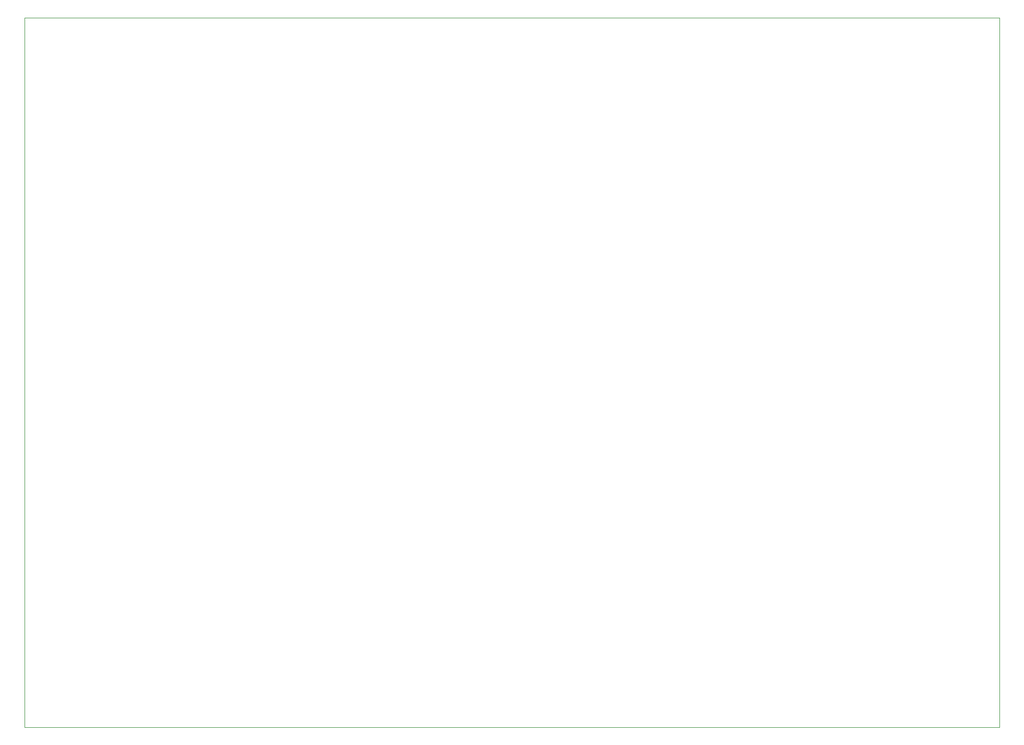
<source format=gm1>
G04 #@! TF.GenerationSoftware,KiCad,Pcbnew,8.0.2-8.0.2-0~ubuntu22.04.1*
G04 #@! TF.CreationDate,2024-05-18T17:39:08+02:00*
G04 #@! TF.ProjectId,car_pcb,6361725f-7063-4622-9e6b-696361645f70,rev?*
G04 #@! TF.SameCoordinates,Original*
G04 #@! TF.FileFunction,Profile,NP*
%FSLAX46Y46*%
G04 Gerber Fmt 4.6, Leading zero omitted, Abs format (unit mm)*
G04 Created by KiCad (PCBNEW 8.0.2-8.0.2-0~ubuntu22.04.1) date 2024-05-18 17:39:08*
%MOMM*%
%LPD*%
G01*
G04 APERTURE LIST*
G04 #@! TA.AperFunction,Profile*
%ADD10C,0.050000*%
G04 #@! TD*
G04 APERTURE END LIST*
D10*
X20000000Y-15000000D02*
X178000000Y-15000000D01*
X178000000Y-130000000D01*
X20000000Y-130000000D01*
X20000000Y-15000000D01*
M02*

</source>
